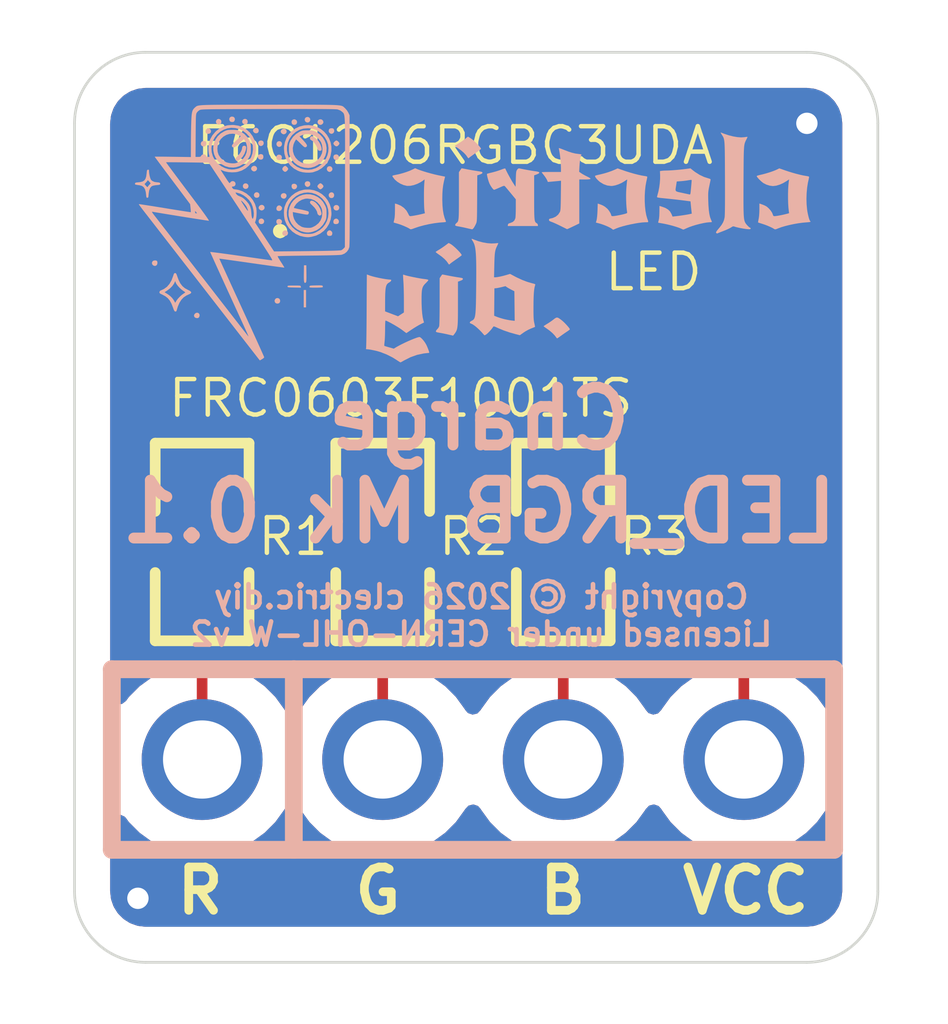
<source format=kicad_pcb>
(kicad_pcb (version 20241229) (generator "pcbnew") (generator_version "9.0")
  (title_block (title "Charge LED_RGB") (date "2026-02-20") (rev "Mk 0.1") (company "clectric.diy") (comment 1 "Copyright © 2026 clectric.diy Licensed under CERN-OHL-W v2") (comment 2 "Charles H. Leggett"))
  (layers (0 "F.Cu" signal "Front") (2 "B.Cu" signal "Back") (13 "F.Paste" user) (15 "B.Paste" user) (5 "F.SilkS" user "F.Silkscreen") (7 "B.SilkS" user "B.Silkscreen") (1 "F.Mask" user) (3 "B.Mask" user) (25 "Edge.Cuts" user))
  (net 0 "")
  (net 1 "VCC")
  (net 2 "LED_GREEN")
  (net 3 "LED_RED")
  (net 4 "LED_BLUE")
  (net 5 "GND")
  (footprint "clectric-diy:R0603" (layer "F.Cu") (at 91.103 85.698 90)
    (property "Reference" "R1" (at 0.076 1.28 0) (layer "F.SilkS") (effects (font (size 0.5 0.5) (thickness 0.0625))))
    (property "Value" "FRC0603F1001TS" (hide yes))
    (pad "1" smd rect (at -0.75 0 90) (size 0.81 0.86) (layers "F.Cu" "F.Mask" "F.Paste") (net 3 "LED_RED"))
    (pad "2" smd rect (at 0.75 0 90) (size 0.81 0.86) (layers "F.Cu" "F.Mask" "F.Paste") (net 3 "LED_RED"))
  )
  (footprint "clectric-diy:R0603" (layer "F.Cu") (at 96.183 85.698 90)
    (property "Reference" "R3" (at 0.076 1.28 0) (layer "F.SilkS") (effects (font (size 0.5 0.5) (thickness 0.0625))))
    (property "Value" "FRC0603F1001TS" (hide yes))
    (pad "1" smd rect (at -0.75 0 90) (size 0.81 0.86) (layers "F.Cu" "F.Mask" "F.Paste") (net 4 "LED_BLUE"))
    (pad "2" smd rect (at 0.75 0 90) (size 0.81 0.86) (layers "F.Cu" "F.Mask" "F.Paste") (net 4 "LED_BLUE"))
  )
  (footprint "clectric-diy:R0603" (layer "F.Cu") (at 93.643 85.698 90)
    (property "Reference" "R2" (at 0.076 1.28 0) (layer "F.SilkS") (effects (font (size 0.5 0.5) (thickness 0.0625))))
    (property "Value" "FRC0603F1001TS" (hide yes))
    (pad "1" smd rect (at -0.75 0 90) (size 0.81 0.86) (layers "F.Cu" "F.Mask" "F.Paste") (net 2 "LED_GREEN"))
    (pad "2" smd rect (at 0.75 0 90) (size 0.81 0.86) (layers "F.Cu" "F.Mask" "F.Paste") (net 2 "LED_GREEN"))
  )
  (footprint "clectric-diy:E6C1206RGBC3UDA" (layer "F.Cu") (at 94.4 81.9)
    (property "Reference" "LED1" (hide yes))
    (property "Value" "E6C1206RGBC3UDA" (at 0.259 -1.778 0) (layer "F.SilkS") (effects (font (size 0.5 0.5) (thickness 0.0625))))
    (pad "1" smd rect (at -1.275 -0.525 90) (size 0.75 0.95) (layers "F.Cu" "F.Mask" "F.Paste") (net 2 "LED_GREEN"))
    (pad "2" smd rect (at 1.275 -0.525 90) (size 0.75 0.95) (layers "F.Cu" "F.Mask" "F.Paste") (net 1 "VCC"))
    (pad "3" smd rect (at -1.275 0.525 90) (size 0.75 0.95) (layers "F.Cu" "F.Mask" "F.Paste") (net 3 "LED_RED"))
    (pad "4" smd rect (at 1.275 0.525 90) (size 0.75 0.95) (layers "F.Cu" "F.Mask" "F.Paste") (net 4 "LED_BLUE"))
  )
  (footprint "clectric-diy:HDR-TH_4P-P2.54-V-M" (layer "B.Cu") (at 94.913 88.758)
    (property "Reference" "J1" (hide yes))
    (property "Value" "HDR-TH_4P-P2.54-V-M")
    (pad "1" thru_hole circle (at -3.81 0) (size 1.7 1.7) (drill 1.100023) (layers "*.Cu" "*.Mask") (net 3 "LED_RED"))
    (pad "2" thru_hole circle (at -1.27 0) (size 1.7 1.7) (drill 1.100023) (layers "*.Cu" "*.Mask") (net 2 "LED_GREEN"))
    (pad "3" thru_hole circle (at 1.27 0) (size 1.7 1.7) (drill 1.100023) (layers "*.Cu" "*.Mask") (net 4 "LED_BLUE"))
    (pad "4" thru_hole circle (at 3.81 0) (size 1.7 1.7) (drill 1.100023) (layers "*.Cu" "*.Mask") (net 1 "VCC"))
  )
  (footprint "LOGO" (layer "B.Cu") (at 94.940148 81.303978 180)
    (property "Reference" "G***" (hide yes))
    (property "Value" "LOGO" (hide yes))
  )
  (gr_arc (start 90.30841 91.610704) (mid 89.601303 91.317811) (end 89.30841 90.610704) (stroke (width 0.0381)) (layer "Edge.Cuts"))
  (gr_line (start 90.30841 78.810704) (end 99.60841 78.810704) (stroke (width 0.0381)) (layer "Edge.Cuts"))
  (gr_arc (start 89.30841 79.810704) (mid 89.601303 79.103597) (end 90.30841 78.810704) (stroke (width 0.0381)) (layer "Edge.Cuts"))
  (gr_arc (start 100.60841 90.610704) (mid 100.315517 91.317811) (end 99.60841 91.610704) (stroke (width 0.0381)) (layer "Edge.Cuts"))
  (gr_arc (start 99.60841 78.810704) (mid 100.315517 79.103597) (end 100.60841 79.810704) (stroke (width 0.0381)) (layer "Edge.Cuts"))
  (gr_line (start 99.60841 91.610704) (end 90.30841 91.610704) (stroke (width 0.0381)) (layer "Edge.Cuts"))
  (gr_line (start 89.30841 90.610704) (end 89.30841 79.810704) (stroke (width 0.0381)) (layer "Edge.Cuts"))
  (gr_line (start 100.60841 79.810704) (end 100.60841 90.610704) (stroke (width 0.0381)) (layer "Edge.Cuts"))
  (gr_text "VCC" (at 99.7 90.96 0) (layer "F.SilkS") (effects (font (size 0.6096 0.6096) (thickness 0.12192) (bold yes)) (justify right bottom)))
  (gr_text "LED" (at 97.453 81.9 0) (layer "F.SilkS") (effects (font (size 0.5 0.5) (thickness 0.0625))))
  (gr_text "G" (at 93.96 90.96 0) (layer "F.SilkS") (effects (font (size 0.6096 0.6096) (thickness 0.12192) (bold yes)) (justify right bottom)))
  (gr_text "R\n" (at 91.46 90.96 0) (layer "F.SilkS") (effects (font (size 0.6096 0.6096) (thickness 0.12192) (bold yes)) (justify right bottom)))
  (gr_text "FRC0603F1001TS" (at 93.897 83.678 0) (layer "F.SilkS") (effects (font (size 0.5 0.5) (thickness 0.0625))))
  (gr_text "B" (at 96.56 90.96 0) (layer "F.SilkS") (effects (font (size 0.6096 0.6096) (thickness 0.12192) (bold yes)) (justify right bottom)))
  (gr_text "Charge\nLED_RGB Mk 0.1" (at 95 85.75 0) (layer "B.SilkS") (effects (font (size 0.8128 0.8128) (thickness 0.1524) (bold yes)) (justify bottom mirror)))
  (gr_text "Copyright © 2026 clectric.diy\nLicensed under CERN-OHL-W v2" (at 95.03 87.184 0) (layer "B.SilkS") (effects (font (size 0.32512 0.32512) (thickness 0.065024) (bold yes)) (justify bottom mirror)))
  (segment (start 98.723 84.323) (end 98.723 88.758) (width 0.15) (layer "F.Cu") (net 1))
  (segment (start 95.675 81.375) (end 95.775 81.375) (width 0.15) (layer "F.Cu") (net 1))
  (segment (start 95.775 81.375) (end 98.723 84.323) (width 0.15) (layer "F.Cu") (net 1))
  (segment (start 93.643 86.448) (end 93.643 88.758) (width 0.15) (layer "F.Cu") (net 2))
  (segment (start 93.803 81.953) (end 93.803 84.788) (width 0.15) (layer "F.Cu") (net 2))
  (segment (start 93.125 81.375) (end 93.331 81.375) (width 0.15) (layer "F.Cu") (net 2))
  (segment (start 93.803 84.788) (end 93.643 84.948) (width 0.15) (layer "F.Cu") (net 2))
  (segment (start 93.125 81.375) (end 93.225 81.375) (width 0.15) (layer "F.Cu") (net 2))
  (segment (start 93.225 81.375) (end 93.803 81.953) (width 0.15) (layer "F.Cu") (net 2))
  (segment (start 91.103 84.938) (end 91.103 84.948) (width 0.2) (layer "F.Cu") (net 3))
  (segment (start 93.125 82.926) (end 91.103 84.948) (width 0.15) (layer "F.Cu") (net 3))
  (segment (start 93.125 82.425) (end 93.125 82.926) (width 0.15) (layer "F.Cu") (net 3))
  (segment (start 91.103 86.448) (end 91.103 88.758) (width 0.15) (layer "F.Cu") (net 3))
  (segment (start 95.675 84.44) (end 96.183 84.948) (width 0.15) (layer "F.Cu") (net 4))
  (segment (start 95.675 82.425) (end 95.675 84.44) (width 0.15) (layer "F.Cu") (net 4))
  (segment (start 96.183 86.448) (end 96.183 88.758) (width 0.15) (layer "F.Cu") (net 4))
  (via (at 99.61 79.81) (size 0.6) (drill 0.3) (layers "F.Cu" "B.Cu") (net 5))
  (via (at 90.2 90.71) (size 0.6) (drill 0.3) (layers "F.Cu" "B.Cu") (net 5))
  (zone (net 5) (net_name "GND") (layer "F.Cu") (connect_pads (clearance 0.5)) (min_thickness 0.25) (fill yes (thermal_gap 0.5) (thermal_bridge_width 0.5) (island_removal_mode 1) (island_area_min 10))
    (polygon (pts (xy 88.36 78.2) (xy 101.6 78.2) (xy 101.6 92.48) (xy 88.36 92.48)))
  )
  (zone (net 5) (net_name "GND") (layer "B.Cu") (connect_pads (clearance 0.5)) (min_thickness 0.25) (fill yes (thermal_gap 0.5) (thermal_bridge_width 0.5) (island_removal_mode 1) (island_area_min 10))
    (polygon (pts (xy 101.5 78.075143) (xy 88.26 78.075143) (xy 88.26 92.355143) (xy 101.5 92.355143)))
  )
)
</source>
